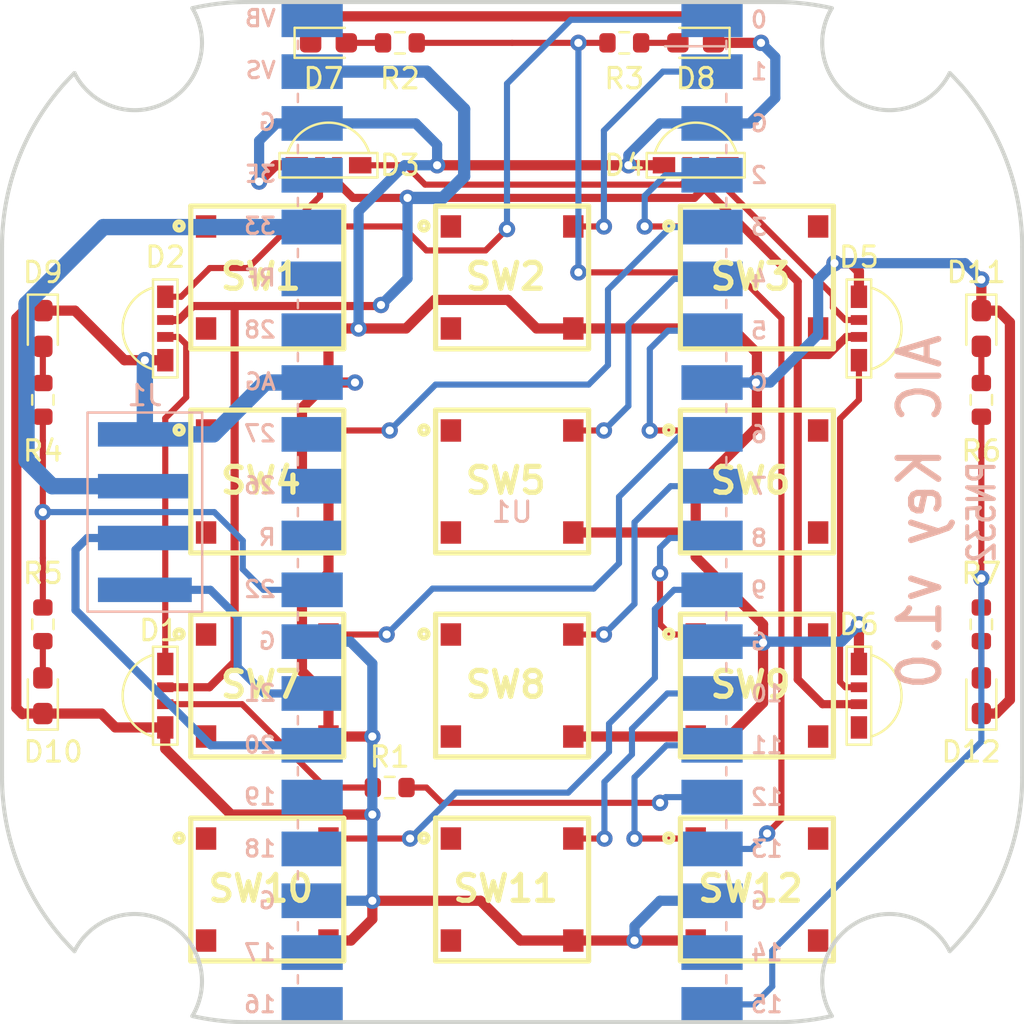
<source format=kicad_pcb>
(kicad_pcb (version 20221018) (generator pcbnew)
  (title_block (title "Teeny Controller for IIDX"))
  (layers (0 "F.Cu" signal) (31 "B.Cu" signal) (34 "B.Paste" user) (35 "F.Paste" user) (36 "B.SilkS" user "B.Silkscreen") (37 "F.SilkS" user "F.Silkscreen") (38 "B.Mask" user) (39 "F.Mask" user) (44 "Edge.Cuts" user))
  (net 0 "")
  (net 1 "+5V")
  (net 2 "GND")
  (net 3 "+3V3")
  (net 4 "Net-(D7-A)")
  (net 5 "Net-(D1-In)")
  (net 6 "Net-(D1-Out)")
  (net 7 "Net-(D8-A)")
  (net 8 "Net-(D9-A)")
  (net 9 "Net-(D2-Out)")
  (net 10 "Net-(D10-A)")
  (net 11 "Net-(D11-A)")
  (net 12 "Net-(D3-Out)")
  (net 13 "Net-(D12-A)")
  (net 14 "Net-(D4-Out)")
  (net 15 "Net-(U1-GPIO12)")
  (net 16 "Net-(D5-Out)")
  (net 17 "Net-(U1-GPIO22)")
  (net 19 "Net-(U1-GPIO15)")
  (net 23 "Net-(U1-GPIO13)")
  (net 24 "Net-(U1-GPIO0)")
  (net 29 "Net-(U1-GPIO1)")
  (net 30 "Net-(U1-GPIO2)")
  (net 41 "Net-(U1-GPIO3)")
  (net 42 "Net-(U1-GPIO4)")
  (net 44 "Net-(U1-GPIO5)")
  (net 47 "Net-(U1-GPIO6)")
  (net 48 "Net-(U1-GPIO7)")
  (net 49 "Net-(U1-GPIO8)")
  (net 52 "Net-(U1-GPIO9)")
  (net 53 "Net-(U1-GPIO10)")
  (net 54 "Net-(U1-GPIO11)")
  (net 59 "Net-(J1-SDA)")
  (net 60 "Net-(J1-SCL)")
  (footprint "aic_pico:SKRR" (layer "F.Cu") (at 147.32 131.9)
    (fp_text reference "SW12")
    (fp_text value "SKRR_4pin" hide)
  )
  (footprint "aic_pico:WS2812B-1204" (layer "F.Cu") (at 144.32 96.4 180)
    (fp_text reference "D4")
    (fp_text value "WS2812B_Unified" hide)
  )
  (footprint "aic_pico:SKRR" (layer "F.Cu") (at 123.32 101.9)
    (fp_text reference "SW1")
    (fp_text value "SKRR_4pin" hide)
  )
  (footprint "aic_pico:SKRR" (layer "F.Cu") (at 135.32 101.9)
    (fp_text reference "SW2")
    (fp_text value "SKRR_4pin" hide)
  )
  (footprint "LED_SMD:LED_0603_1608Metric_Pad1.05x0.95mm_HandSolder" (layer "F.Cu") (at 126.32 90.4)
    (fp_text reference "D7")
    (fp_text value "LED" hide)
  )
  (footprint "aic_pico:WS2812B-1204" (layer "F.Cu") (at 152.32 104.4 90)
    (fp_text reference "D5")
    (fp_text value "WS2812B_Unified" hide)
  )
  (footprint "aic_pico:SKRR" (layer "F.Cu") (at 135.32 121.9)
    (fp_text reference "SW8")
    (fp_text value "SKRR_4pin" hide)
  )
  (footprint "aic_pico:WS2812B-1204" (layer "F.Cu") (at 126.32 96.4 180)
    (fp_text reference "D3")
    (fp_text value "WS2812B_Unified" hide)
  )
  (footprint "Resistor_SMD:R_0603_1608Metric" (layer "F.Cu") (at 140.82 90.4 180)
    (fp_text reference "R3")
    (fp_text value "1k" hide)
  )
  (footprint "aic_pico:SKRR" (layer "F.Cu") (at 147.32 121.9)
    (fp_text reference "SW9")
    (fp_text value "SKRR_4pin" hide)
  )
  (footprint "aic_pico:SKRR" (layer "F.Cu") (at 135.32 131.9)
    (fp_text reference "SW11")
    (fp_text value "SKRR_4pin" hide)
  )
  (footprint "Resistor_SMD:R_0603_1608Metric" (layer "F.Cu") (at 158.32 107.9 -90)
    (fp_text reference "R6")
    (fp_text value "1k" hide)
  )
  (footprint "aic_pico:SKRR" (layer "F.Cu") (at 123.32 121.9)
    (fp_text reference "SW7")
    (fp_text value "SKRR_4pin" hide)
  )
  (footprint "aic_pico:WS2812B-1204" (layer "F.Cu") (at 118.32 122.4 -90)
    (fp_text reference "D1")
    (fp_text value "WS2812B_Unified" hide)
  )
  (footprint "Resistor_SMD:R_0603_1608Metric" (layer "F.Cu") (at 112.32 107.9 -90)
    (fp_text reference "R4")
    (fp_text value "1k" hide)
  )
  (footprint "Resistor_SMD:R_0603_1608Metric" (layer "F.Cu") (at 158.32 118.9 90)
    (fp_text reference "R7")
    (fp_text value "1k" hide)
  )
  (footprint "LED_SMD:LED_0603_1608Metric_Pad1.05x0.95mm_HandSolder" (layer "F.Cu") (at 158.32 122.4 90)
    (fp_text reference "D12")
    (fp_text value "LED" hide)
  )
  (footprint "LED_SMD:LED_0603_1608Metric_Pad1.05x0.95mm_HandSolder" (layer "F.Cu") (at 158.32 104.4 -90)
    (fp_text reference "D11")
    (fp_text value "LED" hide)
  )
  (footprint "aic_pico:SKRR" (layer "F.Cu") (at 123.32 131.9)
    (fp_text reference "SW10")
    (fp_text value "SKRR_4pin" hide)
  )
  (footprint "LED_SMD:LED_0603_1608Metric_Pad1.05x0.95mm_HandSolder" (layer "F.Cu") (at 144.32 90.4 180)
    (fp_text reference "D8")
    (fp_text value "LED" hide)
  )
  (footprint "Resistor_SMD:R_0603_1608Metric" (layer "F.Cu") (at 129.32 126.9)
    (fp_text reference "R1")
    (fp_text value "10" hide)
  )
  (footprint "aic_pico:SKRR" (layer "F.Cu") (at 147.32 101.9)
    (fp_text reference "SW3")
    (fp_text value "SKRR_4pin" hide)
  )
  (footprint "Resistor_SMD:R_0603_1608Metric" (layer "F.Cu") (at 112.32 118.9 90)
    (fp_text reference "R5")
    (fp_text value "1k" hide)
  )
  (footprint "aic_pico:SKRR" (layer "F.Cu") (at 135.32 111.9)
    (fp_text reference "SW5")
    (fp_text value "SKRR_4pin" hide)
  )
  (footprint "Resistor_SMD:R_0603_1608Metric" (layer "F.Cu") (at 129.82 90.4)
    (fp_text reference "R2")
    (fp_text value "1k" hide)
  )
  (footprint "aic_pico:SKRR" (layer "F.Cu") (at 147.32 111.9)
    (fp_text reference "SW6")
    (fp_text value "SKRR_4pin" hide)
  )
  (footprint "LED_SMD:LED_0603_1608Metric_Pad1.05x0.95mm_HandSolder" (layer "F.Cu") (at 112.32 122.4 90)
    (fp_text reference "D10")
    (fp_text value "LED" hide)
  )
  (footprint "aic_pico:WS2812B-1204" (layer "F.Cu") (at 152.32 122.4 90)
    (fp_text reference "D6")
    (fp_text value "WS2812B_Unified" hide)
  )
  (footprint "aic_pico:SKRR" (layer "F.Cu") (at 123.32 111.9)
    (fp_text reference "SW4")
    (fp_text value "SKRR_4pin" hide)
  )
  (footprint "LED_SMD:LED_0603_1608Metric_Pad1.05x0.95mm_HandSolder" (layer "F.Cu") (at 112.32 104.4 -90)
    (fp_text reference "D9")
    (fp_text value "LED" hide)
  )
  (footprint "aic_pico:WS2812B-1204" (layer "F.Cu") (at 118.32 104.4 -90)
    (fp_text reference "D2")
    (fp_text value "WS2812B_Unified" hide)
  )
  (footprint "aic_pico:pn532_conn" (layer "B.Cu") (at 117.32 113.4 180)
    (fp_text reference "J1")
    (fp_text value "PN532" hide)
  )
  (footprint "aic_pico:RPi_Pico_SMD_No_USB" (layer "B.Cu") (at 135.32 113.4 180)
    (fp_text reference "U1")
    (fp_text value "Pico_Trim")
  )
  (gr_line (start 148.32 138.399999) (end 122.32 138.399999) (stroke (width 0.2)) (layer "Edge.Cuts"))
  (gr_line (start 160.32 126.399999) (end 160.32 100.399999) (stroke (width 0.2)) (layer "Edge.Cuts"))
  (gr_arc (start 119.649044 88.701025) (mid 118.410332 93.29151) (end 113.870189 91.879395) (stroke (width 0.2)) (layer "Edge.Cuts"))
  (gr_arc (start 150.990956 138.098973) (mid 152.229668 133.508486) (end 156.769811 134.920603) (stroke (width 0.2)) (layer "Edge.Cuts"))
  (gr_arc (start 110.32 100.399999) (mid 111.243048 95.784684) (end 113.870189 91.879395) (stroke (width 0.2)) (layer "Edge.Cuts"))
  (gr_arc (start 113.870189 134.920603) (mid 111.243048 131.015314) (end 110.32 126.399999) (stroke (width 0.2)) (layer "Edge.Cuts"))
  (gr_arc (start 122.32 138.399999) (mid 120.976067 138.324505) (end 119.649044 138.098973) (stroke (width 0.2)) (layer "Edge.Cuts"))
  (gr_arc (start 156.769811 91.879395) (mid 159.396952 95.784684) (end 160.32 100.399999) (stroke (width 0.2)) (layer "Edge.Cuts"))
  (gr_arc (start 160.32 126.399999) (mid 159.396952 131.015314) (end 156.769811 134.920603) (stroke (width 0.2)) (layer "Edge.Cuts"))
  (gr_arc (start 156.769811 91.879395) (mid 152.229668 93.291511) (end 150.990956 88.701025) (stroke (width 0.2)) (layer "Edge.Cuts"))
  (gr_arc (start 150.990956 138.098973) (mid 149.663933 138.324505) (end 148.32 138.399999) (stroke (width 0.2)) (layer "Edge.Cuts"))
  (gr_arc (start 113.870189 134.920603) (mid 118.410332 133.508487) (end 119.649044 138.098973) (stroke (width 0.2)) (layer "Edge.Cuts"))
  (gr_line (start 148.32 88.399999) (end 122.32 88.399999) (stroke (width 0.2)) (layer "Edge.Cuts"))
  (gr_line (start 110.32 126.399999) (end 110.32 100.399999) (stroke (width 0.2)) (layer "Edge.Cuts"))
  (gr_arc (start 148.32 88.399999) (mid 149.663933 88.475493) (end 150.990956 88.701025) (stroke (width 0.2)) (layer "Edge.Cuts"))
  (gr_arc (start 119.649044 88.701025) (mid 120.976067 88.475493) (end 122.32 88.399999) (stroke (width 0.2)) (layer "Edge.Cuts"))
  (gr_text "AIC Key v1.0" (at 156.47 113.4 90) (layer "B.SilkS") (effects (font (size 2 1.8) (thickness 0.3)) (justify bottom mirror)))
  (gr_text "PN532" (at 159.095 113.4 90) (layer "B.SilkS") (effects (font (size 1.3 1) (thickness 0.2) bold) (justify bottom mirror)))
  (segment (start 149.32 121.6) (end 149.32 105.7) (width 0.4) (layer "F.Cu") (net 1))
  (segment (start 144.25 98) (end 144.735 97.515) (width 0.4) (layer "F.Cu") (net 1))
  (segment (start 150.82 105.7) (end 151.705 104.815) (width 0.4) (layer "F.Cu") (net 1))
  (segment (start 149.32 102.1) (end 149.32 105.7) (width 0.4) (layer "F.Cu") (net 1))
  (segment (start 144.735 97.515) (end 149.32 102.1) (width 0.4) (layer "F.Cu") (net 1))
  (segment (start 144.735 96.4) (end 144.735 97.515) (width 0.4) (layer "F.Cu") (net 1))
  (segment (start 119.67 103.3) (end 118.985 103.985) (width 0.4) (layer "F.Cu") (net 1))
  (segment (start 150.535 122.815) (end 149.32 121.6) (width 0.4) (layer "F.Cu") (net 1))
  (segment (start 118.985 103.985) (end 118.32 103.985) (width 0.4) (layer "F.Cu") (net 1))
  (segment (start 120.485 121.985) (end 121.72 120.75) (width 0.4) (layer "F.Cu") (net 1))
  (segment (start 149.32 105.7) (end 150.82 105.7) (width 0.4) (layer "F.Cu") (net 1))
  (segment (start 121.72 120.75) (end 121.72 103.3) (width 0.4) (layer "F.Cu") (net 1))
  (segment (start 128.845 103.3) (end 119.67 103.3) (width 0.4) (layer "F.Cu") (net 1))
  (segment (start 128.895 103.25) (end 128.845 103.3) (width 0.4) (layer "F.Cu") (net 1))
  (segment (start 151.705 104.815) (end 152.32 104.815) (width 0.4) (layer "F.Cu") (net 1))
  (segment (start 127.52 98) (end 144.25 98) (width 0.4) (layer "F.Cu") (net 1))
  (segment (start 152.32 122.815) (end 150.535 122.815) (width 0.4) (layer "F.Cu") (net 1))
  (segment (start 126.735 96.4) (end 126.735 97.215) (width 0.4) (layer "F.Cu") (net 1))
  (segment (start 126.735 97.215) (end 127.52 98) (width 0.4) (layer "F.Cu") (net 1))
  (segment (start 118.32 121.985) (end 120.485 121.985) (width 0.4) (layer "F.Cu") (net 1))
  (via (at 128.895 103.25) (size 0.8) (drill 0.4) (layers "F.Cu" "B.Cu") (net 1))
  (via (at 130.195 98) (size 0.8) (drill 0.4) (layers "F.Cu" "B.Cu") (net 1))
  (segment (start 130.195 101.95) (end 130.195 98) (width 0.5) (layer "B.Cu") (net 1))
  (segment (start 131.13 91.81) (end 125.52 91.81) (width 0.6) (layer "B.Cu") (net 1))
  (segment (start 131.92 98) (end 132.97 96.95) (width 0.6) (layer "B.Cu") (net 1))
  (segment (start 128.895 103.25) (end 130.195 101.95) (width 0.5) (layer "B.Cu") (net 1))
  (segment (start 130.195 98) (end 131.92 98) (width 0.6) (layer "B.Cu") (net 1))
  (segment (start 132.97 96.95) (end 132.97 93.65) (width 0.6) (layer "B.Cu") (net 1))
  (segment (start 132.97 93.65) (end 131.13 91.81) (width 0.6) (layer "B.Cu") (net 1))
  (segment (start 125.02 111.4) (end 126.32 112.7) (width 0.5) (layer "F.Cu") (net 2))
  (segment (start 127.42 134.4) (end 126.32 134.4) (width 0.5) (layer "F.Cu") (net 2))
  (segment (start 125.02 117.7) (end 125.02 121.2) (width 0.5) (layer "F.Cu") (net 2))
  (segment (start 122.92 97.2) (end 123.72 96.4) (width 0.5) (layer "F.Cu") (net 2))
  (segment (start 115.875 123.955) (end 115.195 123.275) (width 0.5) (layer "F.Cu") (net 2))
  (segment (start 128.47 124.4) (end 126.32 124.4) (width 0.5) (layer "F.Cu") (net 2))
  (segment (start 125.445 90.4) (end 125.445 89.575) (width 0.5) (layer "F.Cu") (net 2))
  (segment (start 147.62 118.9) (end 147.62 122.75) (width 0.5) (layer "F.Cu") (net 2))
  (segment (start 136.52 104.4) (end 138.32 104.4) (width 0.5) (layer "F.Cu") (net 2))
  (segment (start 112.32 103.525) (end 111.395 103.525) (width 0.5) (layer "F.Cu") (net 2))
  (segment (start 144.32 114.4) (end 138.32 114.4) (width 0.5) (layer "F.Cu") (net 2))
  (segment (start 125.92 89.1) (end 144.72 89.1) (width 0.5) (layer "F.Cu") (net 2))
  (segment (start 123.72 96.4) (end 124.765 96.4) (width 0.5) (layer "F.Cu") (net 2))
  (segment (start 111.32 123.3) (end 111.345 123.275) (width 0.5) (layer "F.Cu") (net 2))
  (segment (start 158.32 103.525) (end 159.145 103.525) (width 0.5) (layer "F.Cu") (net 2))
  (segment (start 111.395 103.525) (end 111.02 103.9) (width 0.5) (layer "F.Cu") (net 2))
  (segment (start 126.32 122.5) (end 126.32 124.4) (width 0.5) (layer "F.Cu") (net 2))
  (segment (start 144.72 89.1) (end 145.195 89.575) (width 0.5) (layer "F.Cu") (net 2))
  (segment (start 128.47 132.45) (end 128.47 133.35) (width 0.5) (layer "F.Cu") (net 2))
  (segment (start 141.02 96.4) (end 142.765 96.4) (width 0.5) (layer "F.Cu") (net 2))
  (segment (start 126.32 114.4) (end 126.32 116.4) (width 0.5) (layer "F.Cu") (net 2))
  (segment (start 126.32 116.4) (end 125.02 117.7) (width 0.5) (layer "F.Cu") (net 2))
  (segment (start 152.32 118.9) (end 152.32 120.845) (width 0.5) (layer "F.Cu") (net 2))
  (segment (start 125.02 108.3) (end 125.02 111.4) (width 0.5) (layer "F.Cu") (net 2))
  (segment (start 111.02 103.9) (end 111.02 123) (width 0.5) (layer "F.Cu") (net 2))
  (segment (start 141.32 134.4) (end 144.32 134.4) (width 0.5) (layer "F.Cu") (net 2))
  (segment (start 135.72 134.4) (end 138.32 134.4) (width 0.5) (layer "F.Cu") (net 2))
  (segment (start 151.12 101.2) (end 151.92 101.2) (width 0.5) (layer "F.Cu") (net 2))
  (segment (start 159.72 122.6) (end 159.045 123.275) (width 0.5) (layer "F.Cu") (net 2))
  (segment (start 126.32 112.7) (end 126.32 114.4) (width 0.5) (layer "F.Cu") (net 2))
  (segment (start 144.32 112.25) (end 144.32 114.4) (width 0.5) (layer "F.Cu") (net 2))
  (segment (start 127.795 104.4) (end 130.12 104.4) (width 0.5) (layer "F.Cu") (net 2))
  (segment (start 118.32 125) (end 118.32 123.955) (width 0.5) (layer "F.Cu") (net 2))
  (segment (start 133.77 132.45) (end 135.72 134.4) (width 0.5) (layer "F.Cu") (net 2))
  (segment (start 145.195 89.575) (end 145.195 90.4) (width 0.5) (layer "F.Cu") (net 2))
  (segment (start 131.52 103) (end 135.12 103) (width 0.5) (layer "F.Cu") (net 2))
  (segment (start 116.32 105.955) (end 113.89 103.525) (width 0.5) (layer "F.Cu") (net 2))
  (segment (start 125.02 121.2) (end 126.32 122.5) (width 0.5) (layer "F.Cu") (net 2))
  (segment (start 144.32 124.4) (end 138.32 124.4) (width 0.5) (layer "F.Cu") (net 2))
  (segment (start 159.045 123.275) (end 158.32 123.275) (width 0.5) (layer "F.Cu") (net 2))
  (segment (start 125.445 89.575) (end 125.92 89.1) (width 0.5) (layer "F.Cu") (net 2))
  (segment (start 135.12 103) (end 136.52 104.4) (width 0.5) (layer "F.Cu") (net 2))
  (segment (start 115.195 123.275) (end 112.32 123.275) (width 0.5) (layer "F.Cu") (net 2))
  (segment (start 111.02 123) (end 111.32 123.3) (width 0.5) (layer "F.Cu") (net 2))
  (segment (start 144.32 104.4) (end 146.12 104.4) (width 0.5) (layer "F.Cu") (net 2))
  (segment (start 141.02 96.4) (end 131.645 96.4) (width 0.5) (layer "F.Cu") (net 2))
  (segment (start 118.32 105.955) (end 117.32 105.955) (width 0.5) (layer "F.Cu") (net 2))
  (segment (start 113.89 103.525) (end 112.32 103.525) (width 0.5) (layer "F.Cu") (net 2))
  (segment (start 126.32 104.4) (end 127.795 104.4) (width 0.5) (layer "F.Cu") (net 2))
  (segment (start 130.12 104.4) (end 131.52 103) (width 0.5) (layer "F.Cu") (net 2))
  (segment (start 126.32 107) (end 126.37 107.05) (width 0.5) (layer "F.Cu") (net 2))
  (segment (start 152.32 101.6) (end 152.32 102.845) (width 0.5) (layer "F.Cu") (net 2))
  (segment (start 147.52 90.4) (end 145.195 90.4) (width 0.5) (layer "F.Cu") (net 2))
  (segment (start 121.545 128.225) (end 118.32 125) (width 0.5) (layer "F.Cu") (net 2))
  (segment (start 158.32 102) (end 158.32 103.525) (width 0.5) (layer "F.Cu") (net 2))
  (segment (start 138.32 134.4) (end 141.32 134.4) (width 0.5) (layer "F.Cu") (net 2))
  (segment (start 128.47 133.35) (end 127.42 134.4) (width 0.5) (layer "F.Cu") (net 2))
  (segment (start 138.32 104.4) (end 144.32 104.4) (width 0.5) (layer "F.Cu") (net 2))
  (segment (start 147.32 109.25) (end 144.32 112.25) (width 0.5) (layer "F.Cu") (net 2))
  (segment (start 145.97 124.4) (end 144.32 124.4) (width 0.5) (layer "F.Cu") (net 2))
  (segment (start 126.32 104.4) (end 126.32 107) (width 0.5) (layer "F.Cu") (net 2))
  (segment (start 111.345 123.275) (end 112.32 123.275) (width 0.5) (layer "F.Cu") (net 2))
  (segment (start 128.47 128.225) (end 121.545 128.225) (width 0.5) (layer "F.Cu") (net 2))
  (segment (start 146.12 104.4) (end 147.32 105.6) (width 0.5) (layer "F.Cu") (net 2))
  (segment (start 128.47 132.45) (end 133.77 132.45) (width 0.5) (layer "F.Cu") (net 2))
  (segment (start 147.32 105.6) (end 147.32 109.25) (width 0.5) (layer "F.Cu") (net 2))
  (segment (start 118.32 123.955) (end 115.875 123.955) (width 0.5) (layer "F.Cu") (net 2))
  (segment (start 151.92 101.2) (end 152.32 101.6) (width 0.5) (layer "F.Cu") (net 2))
  (segment (start 144.32 114.4) (end 144.32 115.6) (width 0.5) (layer "F.Cu") (net 2))
  (segment (start 147.62 122.75) (end 145.97 124.4) (width 0.5) (layer "F.Cu") (net 2))
  (segment (start 159.145 103.525) (end 159.72 104.1) (width 0.5) (layer "F.Cu") (net 2))
  (segment (start 144.32 115.6) (end 147.62 118.9) (width 0.5) (layer "F.Cu") (net 2))
  (segment (start 126.32 107) (end 125.02 108.3) (width 0.5) (layer "F.Cu") (net 2))
  (segment (start 126.37 107.05) (end 127.62 107.05) (width 0.5) (layer "F.Cu") (net 2))
  (segment (start 159.72 104.1) (end 159.72 122.6) (width 0.5) (layer "F.Cu") (net 2))
  (segment (start 117.32 105.955) (end 116.32 105.955) (width 0.5) (layer "F.Cu") (net 2))
  (via (at 117.32 105.955) (size 0.8) (drill 0.4) (layers "F.Cu" "B.Cu") (net 2))
  (via (at 127.62 107.05) (size 0.8) (drill 0.4) (layers "F.Cu" "B.Cu") (net 2))
  (via (at 158.32 102) (size 0.8) (drill 0.4) (layers "F.Cu" "B.Cu") (net 2))
  (via (at 147.27 107.05) (size 0.8) (drill 0.4) (layers "F.Cu" "B.Cu") (net 2))
  (via (at 141.02 96.4) (size 0.8) (drill 0.4) (layers "F.Cu" "B.Cu") (net 2))
  (via (at 122.92 97.2) (size 0.8) (drill 0.4) (layers "F.Cu" "B.Cu") (net 2))
  (via (at 128.47 128.225) (size 0.8) (drill 0.4) (layers "F.Cu" "B.Cu") (net 2))
  (via (at 128.47 132.45) (size 0.8) (drill 0.4) (layers "F.Cu" "B.Cu") (net 2))
  (via (at 141.32 134.4) (size 0.8) (drill 0.4) (layers "F.Cu" "B.Cu") (net 2))
  (via (at 131.645 96.4) (size 0.8) (drill 0.4) (layers "F.Cu" "B.Cu") (net 2))
  (via (at 147.52 90.4) (size 0.8) (drill 0.4) (layers "F.Cu" "B.Cu") (net 2))
  (via (at 152.32 118.9) (size 0.8) (drill 0.4) (layers "F.Cu" "B.Cu") (net 2))
  (via (at 151.12 101.2) (size 0.8) (drill 0.4) (layers "F.Cu" "B.Cu") (net 2))
  (via (at 128.47 124.4) (size 0.8) (drill 0.4) (layers "F.Cu" "B.Cu") (net 2))
  (via (at 127.795 104.4) (size 0.8) (drill 0.4) (layers "F.Cu" "B.Cu") (net 2))
  (via (at 147.62 119.8) (size 0.8) (drill 0.4) (layers "F.Cu" "B.Cu") (net 2))
  (segment (start 120.68 109.59) (end 123.22 107.05) (width 0.8) (layer "B.Cu") (net 2))
  (segment (start 145.12 94.35) (end 146.97 94.35) (width 0.5) (layer "B.Cu") (net 2))
  (segment (start 117.32 109.59) (end 120.68 109.59) (width 0.8) (layer "B.Cu") (net 2))
  (segment (start 148.22 93.1) (end 148.22 91.1) (width 0.5) (layer "B.Cu") (net 2))
  (segment (start 117.32 105.955) (end 117.32 109.59) (width 0.8) (layer "B.Cu") (net 2))
  (segment (start 131.645 96.4) (end 131.645 95.4) (width 0.5) (layer "B.Cu") (net 2))
  (segment (start 123.22 107.05) (end 125.52 107.05) (width 0.8) (layer "B.Cu") (net 2))
  (segment (start 145.12 107.05) (end 147.97 107.05) (width 0.5) (layer "B.Cu") (net 2))
  (segment (start 145.12 132.45) (end 142.57 132.45) (width 0.5) (layer "B.Cu") (net 2))
  (segment (start 128.445 132.45) (end 128.47 132.425) (width 0.5) (layer "B.Cu") (net 2))
  (segment (start 125.52 132.45) (end 128.445 132.45) (width 0.5) (layer "B.Cu") (net 2))
  (segment (start 128.47 132.425) (end 128.47 128.225) (width 0.5) (layer "B.Cu") (net 2))
  (segment (start 157.52 101.2) (end 158.32 102) (width 0.5) (layer "B.Cu") (net 2))
  (segment (start 141.02 95.9) (end 141.02 96.4) (width 0.5) (layer "B.Cu") (net 2))
  (segment (start 122.92 95.2) (end 123.77 94.35) (width 0.5) (layer "B.Cu") (net 2))
  (segment (start 127.795 98.65) (end 127.795 104.4) (width 0.5) (layer "B.Cu") (net 2))
  (segment (start 130.045 96.4) (end 127.795 98.65) (width 0.5) (layer "B.Cu") (net 2))
  (segment (start 128.47 124.4) (end 128.47 120.825) (width 0.5) (layer "B.Cu") (net 2))
  (segment (start 151.12 101.2) (end 157.52 101.2) (width 0.5) (layer "B.Cu") (net 2))
  (segment (start 151.47 119.75) (end 152.32 118.9) (width 0.5) (layer "B.Cu") (net 2))
  (segment (start 122.92 97.2) (end 122.92 95.2) (width 0.5) (layer "B.Cu") (net 2))
  (segment (start 145.12 119.75) (end 151.47 119.75) (width 0.5) (layer "B.Cu") (net 2))
  (segment (start 142.57 94.35) (end 141.02 95.9) (width 0.5) (layer "B.Cu") (net 2))
  (segment (start 142.57 132.45) (end 141.32 133.7) (width 0.5) (layer "B.Cu") (net 2))
  (segment (start 147.97 107.05) (end 150.32 104.7) (width 0.5) (layer "B.Cu") (net 2))
  (segment (start 128.47 128.225) (end 128.47 124.4) (width 0.5) (layer "B.Cu") (net 2))
  (segment (start 128.47 120.825) (end 127.395 119.75) (width 0.5) (layer "B.Cu") (net 2))
  (segment (start 127.395 119.75) (end 125.52 119.75) (width 0.5) (layer "B.Cu") (net 2))
  (segment (start 130.595 94.35) (end 125.52 94.35) (width 0.5) (layer "B.Cu") (net 2))
  (segment (start 150.32 102) (end 151.12 101.2) (width 0.5) (layer "B.Cu") (net 2))
  (segment (start 150.32 104.7) (end 150.32 102) (width 0.5) (layer "B.Cu") (net 2))
  (segment (start 131.645 96.4) (end 130.045 96.4) (width 0.5) (layer "B.Cu") (net 2))
  (segment (start 145.12 94.35) (end 142.57 94.35) (width 0.5) (layer "B.Cu") (net 2))
  (segment (start 141.32 133.7) (end 141.32 134.4) (width 0.5) (layer "B.Cu") (net 2))
  (segment (start 123.77 94.35) (end 125.52 94.35) (width 0.5) (layer "B.Cu") (net 2))
  (segment (start 125.52 107.05) (end 127.62 107.05) (width 0.3) (layer "B.Cu") (net 2))
  (segment (start 131.645 95.4) (end 130.595 94.35) (width 0.5) (layer "B.Cu") (net 2))
  (segment (start 148.22 91.1) (end 147.52 90.4) (width 0.5) (layer "B.Cu") (net 2))
  (segment (start 146.97 94.35) (end 148.22 93.1) (width 0.5) (layer "B.Cu") (net 2))
  (segment (start 112.775 112.13) (end 117.32 112.13) (width 0.8) (layer "B.Cu") (net 3))
  (segment (start 125.52 99.43) (end 115.29 99.43) (width 0.8) (layer "B.Cu") (net 3))
  (segment (start 111.52 103.2) (end 111.52 110.875) (width 0.8) (layer "B.Cu") (net 3))
  (segment (start 111.52 110.875) (end 112.775 112.13) (width 0.8) (layer "B.Cu") (net 3))
  (segment (start 115.29 99.43) (end 111.52 103.2) (width 0.8) (layer "B.Cu") (net 3))
  (segment (start 128.995 90.4) (end 127.195 90.4) (width 0.3) (layer "F.Cu") (net 4))
  (segment (start 126.17 126.9) (end 128.495 126.9) (width 0.3) (layer "F.Cu") (net 5))
  (segment (start 122.085 122.815) (end 126.17 126.9) (width 0.3) (layer "F.Cu") (net 5))
  (segment (start 118.32 122.815) (end 122.085 122.815) (width 0.3) (layer "F.Cu") (net 5))
  (segment (start 119.345 105.175) (end 118.985 104.815) (width 0.3) (layer "F.Cu") (net 6))
  (segment (start 118.985 104.815) (end 118.32 104.815) (width 0.3) (layer "F.Cu") (net 6))
  (segment (start 119.345 107.775) (end 119.345 105.175) (width 0.3) (layer "F.Cu") (net 6))
  (segment (start 118.32 108.8) (end 119.345 107.775) (width 0.3) (layer "F.Cu") (net 6))
  (segment (start 118.32 120.845) (end 118.32 108.8) (width 0.3) (layer "F.Cu") (net 6))
  (segment (start 143.445 90.4) (end 141.645 90.4) (width 0.3) (layer "F.Cu") (net 7))
  (segment (start 112.32 105.275) (end 112.32 107.075) (width 0.3) (layer "F.Cu") (net 8))
  (segment (start 118.32 102.845) (end 119.095 102.845) (width 0.3) (layer "F.Cu") (net 9))
  (segment (start 120.5025 101.4375) (end 122.3825 101.4375) (width 0.3) (layer "F.Cu") (net 9))
  (segment (start 119.095 102.845) (end 120.5025 101.4375) (width 0.3) (layer "F.Cu") (net 9))
  (segment (start 125.905 97.915) (end 125.905 96.4) (width 0.3) (layer "F.Cu") (net 9))
  (segment (start 122.3825 101.4375) (end 125.905 97.915) (width 0.3) (layer "F.Cu") (net 9))
  (segment (start 112.32 119.725) (end 112.32 121.525) (width 0.3) (layer "F.Cu") (net 10))
  (segment (start 158.32 105.275) (end 158.32 107.075) (width 0.3) (layer "F.Cu") (net 11))
  (segment (start 143.62 97.35) (end 143.905 97.065) (width 0.3) (layer "F.Cu") (net 12))
  (segment (start 127.875 96.4) (end 130.1075 96.4) (width 0.3) (layer "F.Cu") (net 12))
  (segment (start 143.905 97.065) (end 143.905 96.4) (width 0.3) (layer "F.Cu") (net 12))
  (segment (start 130.1075 96.4) (end 131.0575 97.35) (width 0.3) (layer "F.Cu") (net 12))
  (segment (start 131.0575 97.35) (end 143.62 97.35) (width 0.3) (layer "F.Cu") (net 12))
  (segment (start 158.32 119.725) (end 158.32 121.525) (width 0.3) (layer "F.Cu") (net 13))
  (segment (start 145.875 96.4) (end 145.875 97.6) (width 0.3) (layer "F.Cu") (net 14))
  (segment (start 151.045 103.375) (end 151.655 103.985) (width 0.3) (layer "F.Cu") (net 14))
  (segment (start 151.045 102.77) (end 151.045 103.375) (width 0.3) (layer "F.Cu") (net 14))
  (segment (start 145.875 97.6) (end 151.045 102.77) (width 0.3) (layer "F.Cu") (net 14))
  (segment (start 151.655 103.985) (end 152.32 103.985) (width 0.3) (layer "F.Cu") (net 14))
  (segment (start 142.57 127.65) (end 131.87 127.65) (width 0.3) (layer "F.Cu") (net 15))
  (segment (start 131.12 126.9) (end 130.145 126.9) (width 0.3) (layer "F.Cu") (net 15))
  (segment (start 131.87 127.65) (end 131.12 126.9) (width 0.3) (layer "F.Cu") (net 15))
  (via (at 142.57 127.65) (size 0.8) (drill 0.4) (layers "F.Cu" "B.Cu") (net 15))
  (segment (start 142.57 127.65) (end 142.85 127.37) (width 0.3) (layer "B.Cu") (net 15))
  (segment (start 142.85 127.37) (end 145.12 127.37) (width 0.3) (layer "B.Cu") (net 15))
  (segment (start 152.32 105.955) (end 152.32 107.9) (width 0.3) (layer "F.Cu") (net 16))
  (segment (start 151.395 121.725) (end 151.655 121.985) (width 0.3) (layer "F.Cu") (net 16))
  (segment (start 152.32 107.9) (end 151.395 108.825) (width 0.3) (layer "F.Cu") (net 16))
  (segment (start 151.395 108.825) (end 151.395 121.725) (width 0.3) (layer "F.Cu") (net 16))
  (segment (start 151.655 121.985) (end 152.32 121.985) (width 0.3) (layer "F.Cu") (net 16))
  (segment (start 112.32 113.4) (end 112.32 115.65) (width 0.3) (layer "F.Cu") (net 17))
  (segment (start 112.32 109.9) (end 112.32 113.4) (width 0.3) (layer "F.Cu") (net 17))
  (segment (start 112.32 115.65) (end 112.32 118.075) (width 0.3) (layer "F.Cu") (net 17))
  (segment (start 112.32 108.725) (end 112.32 109.9) (width 0.3) (layer "F.Cu") (net 17))
  (via (at 112.32 113.4) (size 0.8) (drill 0.4) (layers "F.Cu" "B.Cu") (net 17))
  (segment (start 120.72 113.4) (end 122.12 114.8) (width 0.3) (layer "B.Cu") (net 17))
  (segment (start 122.12 116.2) (end 123.13 117.21) (width 0.3) (layer "B.Cu") (net 17))
  (segment (start 123.13 117.21) (end 125.52 117.21) (width 0.3) (layer "B.Cu") (net 17))
  (segment (start 122.12 114.8) (end 122.12 116.2) (width 0.3) (layer "B.Cu") (net 17))
  (segment (start 112.32 113.4) (end 120.72 113.4) (width 0.3) (layer "B.Cu") (net 17))
  (segment (start 158.32 116.65) (end 158.32 108.725) (width 0.3) (layer "F.Cu") (net 19))
  (segment (start 158.32 116.65) (end 158.32 118.075) (width 0.3) (layer "F.Cu") (net 19))
  (via (at 158.32 116.65) (size 0.8) (drill 0.4) (layers "F.Cu" "B.Cu") (net 19))
  (segment (start 158.32 124.65) (end 158.32 116.65) (width 0.3) (layer "B.Cu") (net 19))
  (segment (start 147.19 137.53) (end 148.07 136.65) (width 0.3) (layer "B.Cu") (net 19))
  (segment (start 145.12 137.53) (end 147.19 137.53) (width 0.3) (layer "B.Cu") (net 19))
  (segment (start 148.07 136.65) (end 148.07 134.9) (width 0.3) (layer "B.Cu") (net 19))
  (segment (start 148.07 134.9) (end 158.32 124.65) (width 0.3) (layer "B.Cu") (net 19))
  (segment (start 146.27 101.65) (end 138.57 101.65) (width 0.3) (layer "F.Cu") (net 23))
  (segment (start 130.645 90.4) (end 135.32 90.4) (width 0.3) (layer "F.Cu") (net 23))
  (segment (start 138.57 90.4) (end 139.995 90.4) (width 0.3) (layer "F.Cu") (net 23))
  (segment (start 135.32 90.4) (end 138.57 90.4) (width 0.3) (layer "F.Cu") (net 23))
  (segment (start 148.52 128.45) (end 148.52 103.9) (width 0.3) (layer "F.Cu") (net 23))
  (segment (start 148.52 103.9) (end 146.27 101.65) (width 0.3) (layer "F.Cu") (net 23))
  (segment (start 147.82 129.15) (end 148.52 128.45) (width 0.3) (layer "F.Cu") (net 23))
  (via (at 147.82 129.15) (size 0.8) (drill 0.4) (layers "F.Cu" "B.Cu") (net 23))
  (via (at 138.57 101.65) (size 0.8) (drill 0.4) (layers "F.Cu" "B.Cu") (net 23))
  (via (at 138.57 90.4) (size 0.8) (drill 0.4) (layers "F.Cu" "B.Cu") (net 23))
  (segment (start 147.82 129.15) (end 147.06 129.91) (width 0.3) (layer "B.Cu") (net 23))
  (segment (start 147.06 129.91) (end 145.12 129.91) (width 0.3) (layer "B.Cu") (net 23))
  (segment (start 138.57 90.4) (end 138.57 101.65) (width 0.3) (layer "B.Cu") (net 23))
  (segment (start 129.945 99.4) (end 126.32 99.4) (width 0.3) (layer "F.Cu") (net 24))
  (segment (start 131.12 100.575) (end 129.945 99.4) (width 0.3) (layer "F.Cu") (net 24))
  (segment (start 135.07 99.525) (end 134.02 100.575) (width 0.3) (layer "F.Cu") (net 24))
  (segment (start 134.02 100.575) (end 131.12 100.575) (width 0.3) (layer "F.Cu") (net 24))
  (via (at 135.07 99.525) (size 0.8) (drill 0.4) (layers "F.Cu" "B.Cu") (net 24))
  (segment (start 138.2 89.27) (end 145.12 89.27) (width 0.3) (layer "B.Cu") (net 24))
  (segment (start 135.07 92.4) (end 138.2 89.27) (width 0.3) (layer "B.Cu") (net 24))
  (segment (start 135.07 99.525) (end 135.07 92.4) (width 0.3) (layer "B.Cu") (net 24))
  (segment (start 139.82 99.4) (end 138.32 99.4) (width 0.3) (layer "F.Cu") (net 29))
  (via (at 139.82 99.4) (size 0.8) (drill 0.4) (layers "F.Cu" "B.Cu") (net 29))
  (segment (start 142.71 91.81) (end 139.82 94.7) (width 0.3) (layer "B.Cu") (net 29))
  (segment (start 145.12 91.81) (end 142.71 91.81) (width 0.3) (layer "B.Cu") (net 29))
  (segment (start 139.82 94.7) (end 139.82 99.4) (width 0.3) (layer "B.Cu") (net 29))
  (segment (start 141.82 99.4) (end 144.32 99.4) (width 0.3) (layer "F.Cu") (net 30))
  (via (at 141.82 99.4) (size 0.8) (drill 0.4) (layers "F.Cu" "B.Cu") (net 30))
  (segment (start 141.82 97.9) (end 141.82 99.4) (width 0.3) (layer "B.Cu") (net 30))
  (segment (start 142.83 96.89) (end 141.82 97.9) (width 0.3) (layer "B.Cu") (net 30))
  (segment (start 145.12 96.89) (end 142.83 96.89) (width 0.3) (layer "B.Cu") (net 30))
  (segment (start 129.32 109.4) (end 126.32 109.4) (width 0.3) (layer "F.Cu") (net 41))
  (via (at 129.32 109.4) (size 0.8) (drill 0.4) (layers "F.Cu" "B.Cu") (net 41))
  (segment (start 143.09 99.43) (end 145.12 99.43) (width 0.3) (layer "B.Cu") (net 41))
  (segment (start 129.32 109.4) (end 131.57 107.15) (width 0.3) (layer "B.Cu") (net 41))
  (segment (start 131.57 107.15) (end 139.07 107.15) (width 0.3) (layer "B.Cu") (net 41))
  (segment (start 140.02 102.5) (end 143.09 99.43) (width 0.3) (layer "B.Cu") (net 41))
  (segment (start 140.02 106.2) (end 140.02 102.5) (width 0.3) (layer "B.Cu") (net 41))
  (segment (start 139.07 107.15) (end 140.02 106.2) (width 0.3) (layer "B.Cu") (net 41))
  (segment (start 139.82 109.4) (end 138.32 109.4) (width 0.3) (layer "F.Cu") (net 42))
  (via (at 139.82 109.4) (size 0.8) (drill 0.4) (layers "F.Cu" "B.Cu") (net 42))
  (segment (start 141.02 104.2) (end 141.02 108.2) (width 0.3) (layer "B.Cu") (net 42))
  (segment (start 141.02 108.2) (end 139.82 109.4) (width 0.3) (layer "B.Cu") (net 42))
  (segment (start 143.25 101.97) (end 141.02 104.2) (width 0.3) (layer "B.Cu") (net 42))
  (segment (start 145.12 101.97) (end 143.25 101.97) (width 0.3) (layer "B.Cu") (net 42))
  (segment (start 142.07 109.4) (end 144.32 109.4) (width 0.3) (layer "F.Cu") (net 44))
  (via (at 142.07 109.4) (size 0.8) (drill 0.4) (layers "F.Cu" "B.Cu") (net 44))
  (segment (start 142.96 104.51) (end 142.07 105.4) (width 0.3) (layer "B.Cu") (net 44))
  (segment (start 145.12 104.51) (end 142.96 104.51) (width 0.3) (layer "B.Cu") (net 44))
  (segment (start 142.07 105.4) (end 142.07 109.4) (width 0.3) (layer "B.Cu") (net 44))
  (segment (start 129.17 119.4) (end 126.32 119.4) (width 0.3) (layer "F.Cu") (net 47))
  (via (at 129.17 119.4) (size 0.8) (drill 0.4) (layers "F.Cu" "B.Cu") (net 47))
  (segment (start 140.56 115.91) (end 140.56 112.65) (width 0.3) (layer "B.Cu") (net 47))
  (segment (start 139.32 117.15) (end 140.56 115.91) (width 0.3) (layer "B.Cu") (net 47))
  (segment (start 129.17 119.4) (end 131.42 117.15) (width 0.3) (layer "B.Cu") (net 47))
  (segment (start 143.62 109.59) (end 145.12 109.59) (width 0.3) (layer "B.Cu") (net 47))
  (segment (start 131.42 117.15) (end 139.32 117.15) (width 0.3) (layer "B.Cu") (net 47))
  (segment (start 140.56 112.65) (end 143.62 109.59) (width 0.3) (layer "B.Cu") (net 47))
  (segment (start 139.82 119.4) (end 138.32 119.4) (width 0.3) (layer "F.Cu") (net 48))
  (via (at 139.82 119.4) (size 0.8) (drill 0.4) (layers "F.Cu" "B.Cu") (net 48))
  (segment (start 143.09 112.13) (end 141.32 113.9) (width 0.3) (layer "B.Cu") (net 48))
  (segment (start 141.32 117.9) (end 141.32 113.9) (width 0.3) (layer "B.Cu") (net 48))
  (segment (start 139.82 119.4) (end 141.32 117.9) (width 0.3) (layer "B.Cu") (net 48))
  (segment (start 145.12 112.13) (end 143.09 112.13) (width 0.3) (layer "B.Cu") (net 48))
  (segment (start 142.57 118.9) (end 142.57 116.4) (width 0.3) (layer "F.Cu") (net 49))
  (segment (start 144.32 119.4) (end 143.07 119.4) (width 0.3) (layer "F.Cu") (net 49))
  (segment (start 143.07 119.4) (end 142.57 118.9) (width 0.3) (layer "F.Cu") (net 49))
  (via (at 142.57 116.4) (size 0.8) (drill 0.4) (layers "F.Cu" "B.Cu") (net 49))
  (segment (start 143.05 114.67) (end 145.12 114.67) (width 0.3) (layer "B.Cu") (net 49))
  (segment (start 142.57 115.15) (end 143.05 114.67) (width 0.3) (layer "B.Cu") (net 49))
  (segment (start 142.57 116.4) (end 142.57 115.15) (width 0.3) (layer "B.Cu") (net 49))
  (segment (start 130.32 129.4) (end 126.32 129.4) (width 0.3) (layer "F.Cu") (net 52))
  (via (at 130.32 129.4) (size 0.8) (drill 0.4) (layers "F.Cu" "B.Cu") (net 52))
  (segment (start 142.32 121.525) (end 142.32 118.15) (width 0.3) (layer "B.Cu") (net 52))
  (segment (start 132.57 127.15) (end 138.07 127.15) (width 0.3) (layer "B.Cu") (net 52))
  (segment (start 140.07 123.775) (end 142.32 121.525) (width 0.3) (layer "B.Cu") (net 52))
  (segment (start 142.32 118.15) (end 143.26 117.21) (width 0.3) (layer "B.Cu") (net 52))
  (segment (start 140.07 125.15) (end 140.07 123.775) (width 0.3) (layer "B.Cu") (net 52))
  (segment (start 143.26 117.21) (end 145.12 117.21) (width 0.3) (layer "B.Cu") (net 52))
  (segment (start 130.32 129.4) (end 132.57 127.15) (width 0.3) (layer "B.Cu") (net 52))
  (segment (start 138.07 127.15) (end 140.07 125.15) (width 0.3) (layer "B.Cu") (net 52))
  (segment (start 139.845 129.4) (end 138.32 129.4) (width 0.3) (layer "F.Cu") (net 53))
  (via (at 139.845 129.4) (size 0.8) (drill 0.4) (layers "F.Cu" "B.Cu") (net 53))
  (segment (start 139.845 126.625) (end 141.195 125.275) (width 0.3) (layer "B.Cu") (net 53))
  (segment (start 141.195 124.025) (end 142.93 122.29) (width 0.3) (layer "B.Cu") (net 53))
  (segment (start 142.93 122.29) (end 145.12 122.29) (width 0.3) (layer "B.Cu") (net 53))
  (segment (start 139.845 129.4) (end 139.845 126.625) (width 0.3) (layer "B.Cu") (net 53))
  (segment (start 141.195 125.275) (end 141.195 124.025) (width 0.3) (layer "B.Cu") (net 53))
  (segment (start 141.32 129.375) (end 141.345 129.4) (width 0.3) (layer "F.Cu") (net 54))
  (segment (start 141.345 129.4) (end 144.32 129.4) (width 0.3) (layer "F.Cu") (net 54))
  (via (at 141.32 129.4) (size 0.8) (drill 0.4) (layers "F.Cu" "B.Cu") (net 54))
  (segment (start 141.32 126.4) (end 142.89 124.83) (width 0.3) (layer "B.Cu") (net 54))
  (segment (start 142.89 124.83) (end 145.12 124.83) (width 0.3) (layer "B.Cu") (net 54))
  (segment (start 141.32 129.375) (end 141.32 126.4) (width 0.3) (layer "B.Cu") (net 54))
  (segment (start 113.92 115.25) (end 113.92 118.2) (width 0.4) (layer "B.Cu") (net 59))
  (segment (start 113.92 118.2) (end 120.55 124.83) (width 0.4) (layer "B.Cu") (net 59))
  (segment (start 117.32 114.67) (end 114.5 114.67) (width 0.4) (layer "B.Cu") (net 59))
  (segment (start 114.5 114.67) (end 113.92 115.25) (width 0.4) (layer "B.Cu") (net 59))
  (segment (start 120.55 124.83) (end 125.52 124.83) (width 0.4) (layer "B.Cu") (net 59))
  (segment (start 121.87 118.55) (end 121.87 121) (width 0.4) (layer "B.Cu") (net 60))
  (segment (start 120.53 117.21) (end 121.87 118.55) (width 0.4) (layer "B.Cu") (net 60))
  (segment (start 117.32 117.21) (end 120.53 117.21) (width 0.4) (layer "B.Cu") (net 60))
  (segment (start 121.87 121) (end 123.16 122.29) (width 0.4) (layer "B.Cu") (net 60))
  (segment (start 123.16 122.29) (end 125.52 122.29) (width 0.4) (layer "B.Cu") (net 60))
)
</source>
